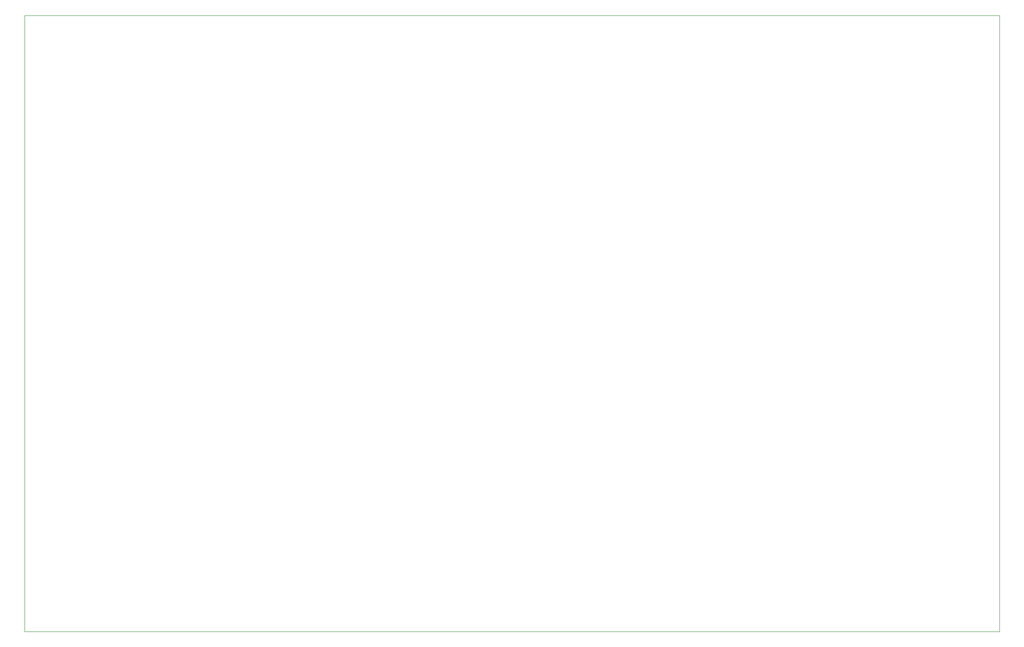
<source format=gm1>
G04 #@! TF.GenerationSoftware,KiCad,Pcbnew,(5.1.5)-3*
G04 #@! TF.CreationDate,2020-12-23T21:14:09+01:00*
G04 #@! TF.ProjectId,8-Bit CPU 32k,382d4269-7420-4435-9055-2033326b2e6b,rev?*
G04 #@! TF.SameCoordinates,Original*
G04 #@! TF.FileFunction,Profile,NP*
%FSLAX46Y46*%
G04 Gerber Fmt 4.6, Leading zero omitted, Abs format (unit mm)*
G04 Created by KiCad (PCBNEW (5.1.5)-3) date 2020-12-23 21:14:09*
%MOMM*%
%LPD*%
G04 APERTURE LIST*
%ADD10C,0.050000*%
G04 APERTURE END LIST*
D10*
X235585000Y-38100000D02*
X235585000Y-159385000D01*
X43815000Y-38100000D02*
X235585000Y-38100000D01*
X43815000Y-159385000D02*
X43815000Y-38100000D01*
X235585000Y-159385000D02*
X43815000Y-159385000D01*
M02*

</source>
